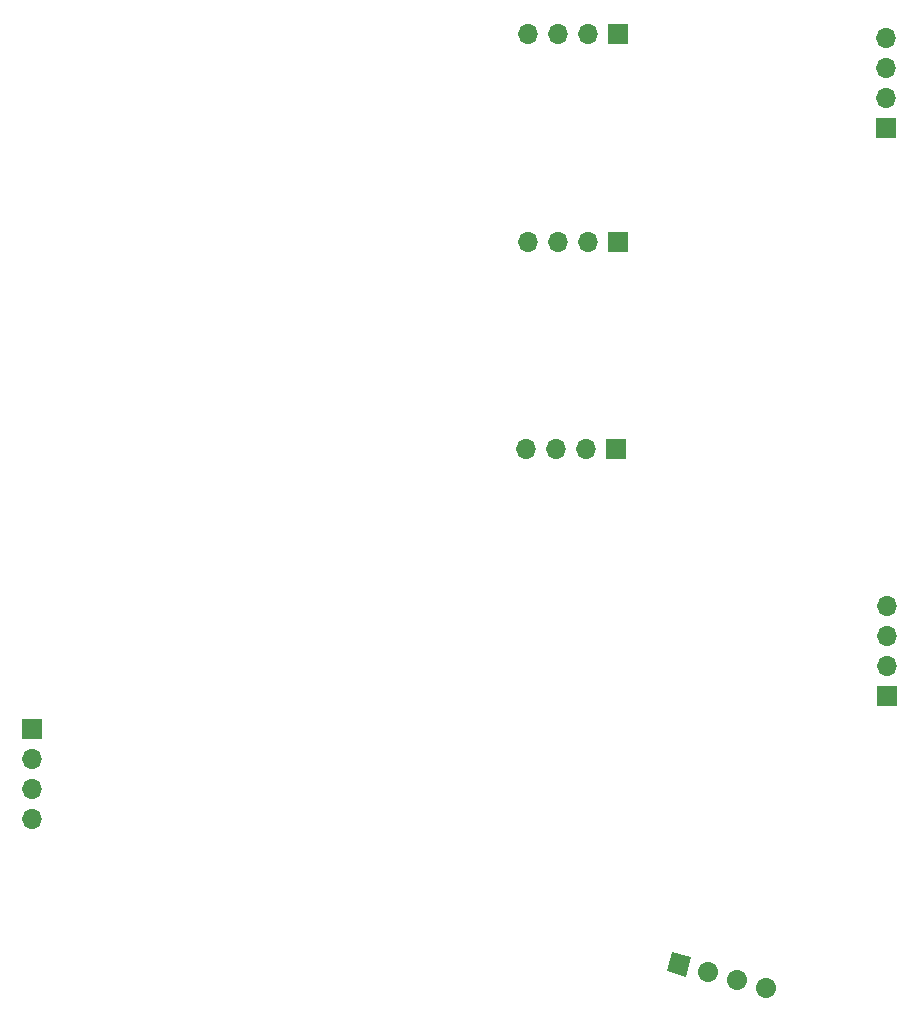
<source format=gbr>
G04 #@! TF.GenerationSoftware,KiCad,Pcbnew,(5.1.4)-1*
G04 #@! TF.CreationDate,2023-01-08T18:51:56-05:00*
G04 #@! TF.ProjectId,ThumbsUp,5468756d-6273-4557-902e-6b696361645f,rev?*
G04 #@! TF.SameCoordinates,Original*
G04 #@! TF.FileFunction,Copper,L1,Top*
G04 #@! TF.FilePolarity,Positive*
%FSLAX46Y46*%
G04 Gerber Fmt 4.6, Leading zero omitted, Abs format (unit mm)*
G04 Created by KiCad (PCBNEW (5.1.4)-1) date 2023-01-08 18:51:56*
%MOMM*%
%LPD*%
G04 APERTURE LIST*
%ADD10O,1.700000X1.700000*%
%ADD11R,1.700000X1.700000*%
%ADD12C,1.700000*%
%ADD13C,1.700000*%
%ADD14C,0.100000*%
G04 APERTURE END LIST*
D10*
X95876974Y-554970972D03*
X98416974Y-554970972D03*
X100956974Y-554970972D03*
D11*
X103496974Y-554970972D03*
D10*
X96034161Y-537435202D03*
X98574161Y-537435202D03*
X101114161Y-537435202D03*
D11*
X103654161Y-537435202D03*
D10*
X96016291Y-519865542D03*
X98556291Y-519865542D03*
X101096291Y-519865542D03*
D11*
X103636291Y-519865542D03*
D10*
X126440599Y-568274893D03*
X126440599Y-570814893D03*
X126440599Y-573354893D03*
D11*
X126440599Y-575894893D03*
D10*
X126376095Y-520198305D03*
X126376095Y-522738305D03*
X126376095Y-525278305D03*
D11*
X126376095Y-527818305D03*
D10*
X54032789Y-586312952D03*
X54032789Y-583772952D03*
X54032789Y-581232952D03*
D11*
X54032789Y-578692952D03*
D12*
X116193145Y-600585153D03*
D13*
X116193145Y-600585153D02*
X116193145Y-600585153D01*
D12*
X113739693Y-599927753D03*
D13*
X113739693Y-599927753D02*
X113739693Y-599927753D01*
D12*
X111286242Y-599270352D03*
D13*
X111286242Y-599270352D02*
X111286242Y-599270352D01*
D12*
X108832790Y-598612952D03*
D14*
G36*
X109433831Y-599653985D02*
G01*
X107791757Y-599213993D01*
X108231749Y-597571919D01*
X109873823Y-598011911D01*
X109433831Y-599653985D01*
X109433831Y-599653985D01*
G37*
M02*

</source>
